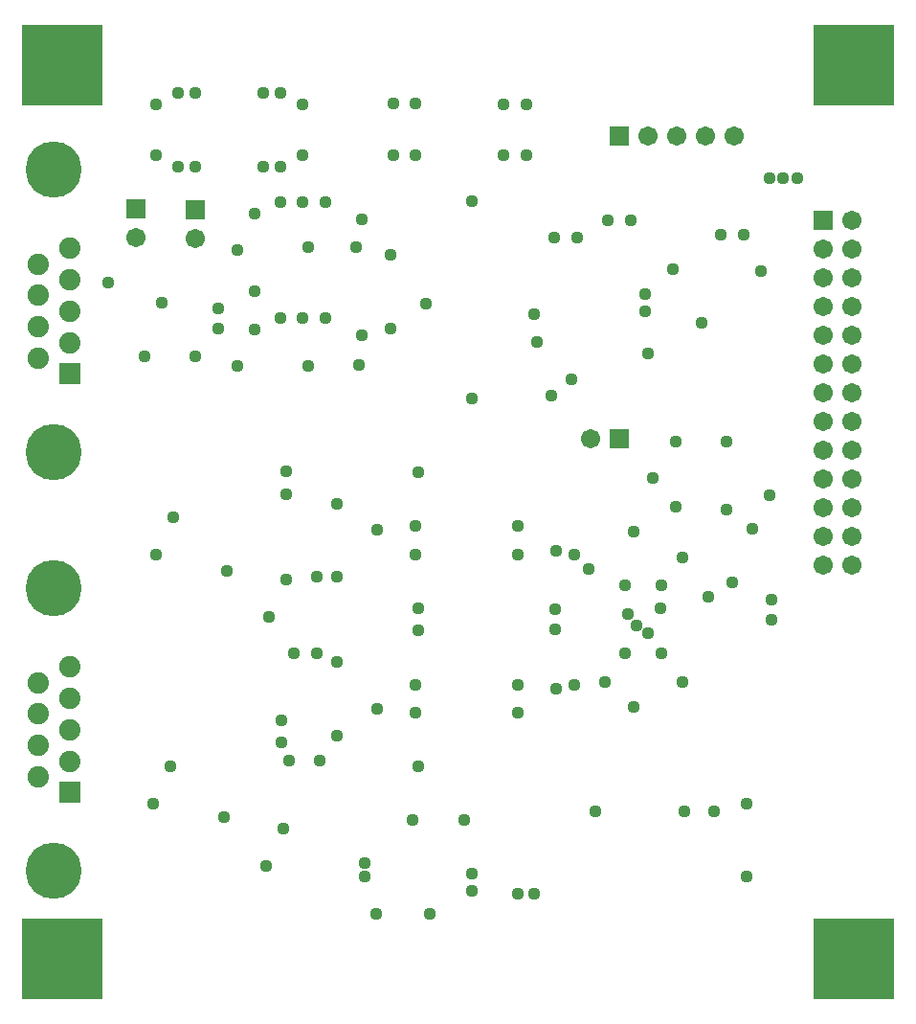
<source format=gbs>
%FSLAX25Y25*%
%MOIN*%
G70*
G01*
G75*
G04 Layer_Color=16711935*
%ADD10O,0.07874X0.01201*%
%ADD11R,0.05512X0.04724*%
%ADD12R,0.04724X0.05512*%
%ADD13O,0.08661X0.02362*%
%ADD14O,0.07087X0.01772*%
%ADD15R,0.08661X0.07874*%
%ADD16R,0.07874X0.08661*%
%ADD17O,0.09843X0.02756*%
%ADD18O,0.02756X0.09843*%
%ADD19O,0.02362X0.08661*%
%ADD20R,0.06693X0.04331*%
%ADD21R,0.09449X0.10236*%
%ADD22R,0.10236X0.04331*%
%ADD23C,0.01575*%
%ADD24C,0.00787*%
%ADD25C,0.04724*%
%ADD26C,0.02362*%
%ADD27C,0.02756*%
%ADD28C,0.03937*%
%ADD29R,0.05906X0.05906*%
%ADD30C,0.05906*%
%ADD31R,0.27559X0.27559*%
%ADD32R,0.05906X0.05906*%
%ADD33C,0.06654*%
%ADD34R,0.06654X0.06654*%
%ADD35C,0.18740*%
%ADD36C,0.03583*%
%ADD37C,0.05906*%
%ADD38C,0.00984*%
%ADD39C,0.00800*%
%ADD40C,0.01181*%
%ADD41C,0.00591*%
%ADD42O,0.08677X0.02004*%
%ADD43R,0.06315X0.05528*%
%ADD44R,0.05528X0.06315*%
%ADD45O,0.09465X0.03165*%
%ADD46O,0.07890X0.02575*%
%ADD47R,0.09465X0.08677*%
%ADD48R,0.08677X0.09465*%
%ADD49O,0.10646X0.03559*%
%ADD50O,0.03559X0.10646*%
%ADD51O,0.03165X0.09465*%
%ADD52R,0.07496X0.05134*%
%ADD53R,0.10252X0.11039*%
%ADD54R,0.11039X0.05134*%
%ADD55R,0.06709X0.06709*%
%ADD56C,0.06709*%
%ADD57R,0.28362X0.28362*%
%ADD58R,0.06709X0.06709*%
%ADD59C,0.07457*%
%ADD60R,0.07457X0.07457*%
%ADD61C,0.19543*%
%ADD62C,0.04386*%
D55*
X300197Y271654D02*
D03*
X61024Y275748D02*
D03*
X81693Y275591D02*
D03*
D56*
X310197Y271654D02*
D03*
X300197Y261654D02*
D03*
X310197D02*
D03*
X300197Y251654D02*
D03*
X310197D02*
D03*
X300197Y241654D02*
D03*
X310197D02*
D03*
X300197Y231654D02*
D03*
X310197D02*
D03*
X300197Y221654D02*
D03*
X310197D02*
D03*
X300197Y211654D02*
D03*
X310197D02*
D03*
X300197Y201654D02*
D03*
X310197D02*
D03*
X300197Y191654D02*
D03*
X310197D02*
D03*
X300197Y181654D02*
D03*
X310197D02*
D03*
X300197Y171654D02*
D03*
X310197D02*
D03*
X300197Y161654D02*
D03*
X310197D02*
D03*
X300197Y151654D02*
D03*
X310197D02*
D03*
X219331Y195866D02*
D03*
X61024Y265748D02*
D03*
X81693Y265591D02*
D03*
X269331Y301181D02*
D03*
X259331D02*
D03*
X249331D02*
D03*
X239331D02*
D03*
D57*
X311024Y14764D02*
D03*
X311024Y325787D02*
D03*
X35433D02*
D03*
X35433Y14764D02*
D03*
D58*
X229331Y195866D02*
D03*
X229331Y301181D02*
D03*
D59*
X38071Y261968D02*
D03*
X26890Y256516D02*
D03*
X38071Y251063D02*
D03*
X26890Y245610D02*
D03*
X38071Y240158D02*
D03*
X26890Y234705D02*
D03*
X38071Y229252D02*
D03*
X26890Y223799D02*
D03*
Y78130D02*
D03*
X38071Y83583D02*
D03*
X26890Y89035D02*
D03*
X38071Y94488D02*
D03*
X26890Y99941D02*
D03*
X38071Y105394D02*
D03*
X26890Y110846D02*
D03*
X38071Y116299D02*
D03*
D60*
Y218347D02*
D03*
Y72677D02*
D03*
D61*
X32480Y190965D02*
D03*
Y289350D02*
D03*
Y143681D02*
D03*
Y45295D02*
D03*
D62*
X241142Y182087D02*
D03*
X238189Y240158D02*
D03*
Y246063D02*
D03*
X91535Y63976D02*
D03*
X112205Y60039D02*
D03*
X92520Y149606D02*
D03*
X113189Y146653D02*
D03*
X138780Y221457D02*
D03*
X69882Y243110D02*
D03*
X248031Y254921D02*
D03*
X51181Y250000D02*
D03*
X218504Y150591D02*
D03*
X89567Y234252D02*
D03*
X282480Y132874D02*
D03*
X268701Y145669D02*
D03*
X282480Y139764D02*
D03*
X249016Y194882D02*
D03*
X281496Y286417D02*
D03*
X286417D02*
D03*
X291339D02*
D03*
X188976Y294291D02*
D03*
X278543Y253937D02*
D03*
X244094Y121063D02*
D03*
X231299D02*
D03*
X89567Y241142D02*
D03*
X102362Y247047D02*
D03*
X63976Y224410D02*
D03*
X81693D02*
D03*
X281496Y176181D02*
D03*
X275591Y164370D02*
D03*
X266732Y171260D02*
D03*
X249016Y172244D02*
D03*
X266732Y194882D02*
D03*
X188976Y312008D02*
D03*
X196851D02*
D03*
X150591Y294291D02*
D03*
X72835Y81693D02*
D03*
X73819Y168307D02*
D03*
X273622Y43307D02*
D03*
X144685Y30512D02*
D03*
X157480Y62992D02*
D03*
X130906Y118110D02*
D03*
Y147638D02*
D03*
X111221Y290354D02*
D03*
X81693Y315945D02*
D03*
X111221D02*
D03*
X119095Y294291D02*
D03*
X67913D02*
D03*
X75788Y315945D02*
D03*
X67913Y312008D02*
D03*
X119095D02*
D03*
X105315Y315945D02*
D03*
X239173Y225394D02*
D03*
X257874Y236221D02*
D03*
X264764Y266732D02*
D03*
X233268Y271654D02*
D03*
X225394D02*
D03*
X214567Y265748D02*
D03*
X224410Y111221D02*
D03*
X251181D02*
D03*
Y154528D02*
D03*
X239173Y127953D02*
D03*
X235236Y130906D02*
D03*
X232283Y134843D02*
D03*
X124016Y147638D02*
D03*
X140748Y48228D02*
D03*
Y43307D02*
D03*
X178150Y44291D02*
D03*
Y38386D02*
D03*
X163386Y30512D02*
D03*
X175197Y62992D02*
D03*
X106299Y47244D02*
D03*
X107283Y133858D02*
D03*
X125000Y83662D02*
D03*
X124016Y121063D02*
D03*
X116142D02*
D03*
X114173Y83662D02*
D03*
X273622Y68898D02*
D03*
X251969Y65945D02*
D03*
X130905Y173228D02*
D03*
X213583Y155512D02*
D03*
X234252Y163386D02*
D03*
Y102362D02*
D03*
X213583Y110236D02*
D03*
X130905Y92520D02*
D03*
X159449Y184055D02*
D03*
Y136811D02*
D03*
X145079Y163976D02*
D03*
X207283Y156890D02*
D03*
X158465Y155512D02*
D03*
Y165354D02*
D03*
X193898Y155512D02*
D03*
Y165354D02*
D03*
X231299Y144685D02*
D03*
X207283Y108858D02*
D03*
X207087Y129331D02*
D03*
Y136417D02*
D03*
X159449Y81693D02*
D03*
Y128937D02*
D03*
X145079Y101772D02*
D03*
X193898Y100394D02*
D03*
Y110236D02*
D03*
X158465Y100394D02*
D03*
Y110236D02*
D03*
X220866Y65945D02*
D03*
X262205D02*
D03*
X66929Y68898D02*
D03*
X67913Y155512D02*
D03*
X113189Y184449D02*
D03*
Y176575D02*
D03*
X111811Y97835D02*
D03*
Y89961D02*
D03*
X206693Y265748D02*
D03*
X272638Y266732D02*
D03*
X243701Y136811D02*
D03*
X260433Y140748D02*
D03*
X162106Y242618D02*
D03*
X212598Y216535D02*
D03*
X244094Y144685D02*
D03*
X193898Y37402D02*
D03*
X199803D02*
D03*
X199803Y239173D02*
D03*
X178150Y209646D02*
D03*
Y278543D02*
D03*
X149606Y234252D02*
D03*
X200787Y229331D02*
D03*
X205709Y210630D02*
D03*
X139764Y272244D02*
D03*
X137795Y262402D02*
D03*
X102362Y274213D02*
D03*
X111221Y278150D02*
D03*
Y237795D02*
D03*
X139764Y231890D02*
D03*
X102362Y233858D02*
D03*
X126969Y237795D02*
D03*
X119095D02*
D03*
X96457Y221063D02*
D03*
X119095Y278150D02*
D03*
X126969D02*
D03*
X96457Y261417D02*
D03*
X149606Y259843D02*
D03*
X121063Y262402D02*
D03*
Y221063D02*
D03*
X158465Y312402D02*
D03*
X150591D02*
D03*
X105315Y290354D02*
D03*
X75788D02*
D03*
X81693D02*
D03*
X196850Y294291D02*
D03*
X158465D02*
D03*
M02*

</source>
